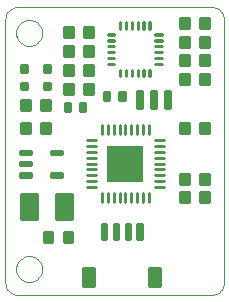
<source format=gtp>
G75*
%MOIN*%
%OFA0B0*%
%FSLAX24Y24*%
%IPPOS*%
%LPD*%
%AMOC8*
5,1,8,0,0,1.08239X$1,22.5*
%
%ADD10C,0.0000*%
%ADD11R,0.1187X0.1187*%
%ADD12C,0.0101*%
%ADD13C,0.0100*%
%ADD14C,0.0098*%
%ADD15C,0.0100*%
%ADD16C,0.0100*%
%ADD17C,0.0099*%
D10*
X003193Y001223D02*
X003193Y010022D01*
X003195Y010061D01*
X003201Y010099D01*
X003210Y010136D01*
X003223Y010173D01*
X003240Y010208D01*
X003259Y010241D01*
X003282Y010272D01*
X003308Y010301D01*
X003337Y010327D01*
X003368Y010350D01*
X003401Y010369D01*
X003436Y010386D01*
X003473Y010399D01*
X003510Y010408D01*
X003548Y010414D01*
X003587Y010416D01*
X010080Y010416D01*
X010119Y010414D01*
X010157Y010408D01*
X010194Y010399D01*
X010231Y010386D01*
X010266Y010369D01*
X010299Y010350D01*
X010330Y010327D01*
X010359Y010301D01*
X010385Y010272D01*
X010408Y010241D01*
X010427Y010208D01*
X010444Y010173D01*
X010457Y010136D01*
X010466Y010099D01*
X010472Y010061D01*
X010474Y010022D01*
X010474Y001223D01*
X010472Y001184D01*
X010466Y001146D01*
X010457Y001109D01*
X010444Y001072D01*
X010427Y001037D01*
X010408Y001004D01*
X010385Y000973D01*
X010359Y000944D01*
X010330Y000918D01*
X010299Y000895D01*
X010266Y000876D01*
X010231Y000859D01*
X010194Y000846D01*
X010157Y000837D01*
X010119Y000831D01*
X010080Y000829D01*
X003587Y000829D01*
X003548Y000831D01*
X003510Y000837D01*
X003473Y000846D01*
X003436Y000859D01*
X003401Y000876D01*
X003368Y000895D01*
X003337Y000918D01*
X003308Y000944D01*
X003282Y000973D01*
X003259Y001004D01*
X003240Y001037D01*
X003223Y001072D01*
X003210Y001109D01*
X003201Y001146D01*
X003195Y001184D01*
X003193Y001223D01*
X003548Y001685D02*
X003550Y001726D01*
X003556Y001767D01*
X003566Y001807D01*
X003579Y001846D01*
X003596Y001883D01*
X003617Y001919D01*
X003641Y001953D01*
X003668Y001984D01*
X003697Y002012D01*
X003730Y002038D01*
X003764Y002060D01*
X003801Y002079D01*
X003839Y002094D01*
X003879Y002106D01*
X003919Y002114D01*
X003960Y002118D01*
X004002Y002118D01*
X004043Y002114D01*
X004083Y002106D01*
X004123Y002094D01*
X004161Y002079D01*
X004197Y002060D01*
X004232Y002038D01*
X004265Y002012D01*
X004294Y001984D01*
X004321Y001953D01*
X004345Y001919D01*
X004366Y001883D01*
X004383Y001846D01*
X004396Y001807D01*
X004406Y001767D01*
X004412Y001726D01*
X004414Y001685D01*
X004412Y001644D01*
X004406Y001603D01*
X004396Y001563D01*
X004383Y001524D01*
X004366Y001487D01*
X004345Y001451D01*
X004321Y001417D01*
X004294Y001386D01*
X004265Y001358D01*
X004232Y001332D01*
X004198Y001310D01*
X004161Y001291D01*
X004123Y001276D01*
X004083Y001264D01*
X004043Y001256D01*
X004002Y001252D01*
X003960Y001252D01*
X003919Y001256D01*
X003879Y001264D01*
X003839Y001276D01*
X003801Y001291D01*
X003765Y001310D01*
X003730Y001332D01*
X003697Y001358D01*
X003668Y001386D01*
X003641Y001417D01*
X003617Y001451D01*
X003596Y001487D01*
X003579Y001524D01*
X003566Y001563D01*
X003556Y001603D01*
X003550Y001644D01*
X003548Y001685D01*
X003548Y009559D02*
X003550Y009600D01*
X003556Y009641D01*
X003566Y009681D01*
X003579Y009720D01*
X003596Y009757D01*
X003617Y009793D01*
X003641Y009827D01*
X003668Y009858D01*
X003697Y009886D01*
X003730Y009912D01*
X003764Y009934D01*
X003801Y009953D01*
X003839Y009968D01*
X003879Y009980D01*
X003919Y009988D01*
X003960Y009992D01*
X004002Y009992D01*
X004043Y009988D01*
X004083Y009980D01*
X004123Y009968D01*
X004161Y009953D01*
X004197Y009934D01*
X004232Y009912D01*
X004265Y009886D01*
X004294Y009858D01*
X004321Y009827D01*
X004345Y009793D01*
X004366Y009757D01*
X004383Y009720D01*
X004396Y009681D01*
X004406Y009641D01*
X004412Y009600D01*
X004414Y009559D01*
X004412Y009518D01*
X004406Y009477D01*
X004396Y009437D01*
X004383Y009398D01*
X004366Y009361D01*
X004345Y009325D01*
X004321Y009291D01*
X004294Y009260D01*
X004265Y009232D01*
X004232Y009206D01*
X004198Y009184D01*
X004161Y009165D01*
X004123Y009150D01*
X004083Y009138D01*
X004043Y009130D01*
X004002Y009126D01*
X003960Y009126D01*
X003919Y009130D01*
X003879Y009138D01*
X003839Y009150D01*
X003801Y009165D01*
X003765Y009184D01*
X003730Y009206D01*
X003697Y009232D01*
X003668Y009260D01*
X003641Y009291D01*
X003617Y009325D01*
X003596Y009361D01*
X003579Y009398D01*
X003566Y009437D01*
X003556Y009477D01*
X003550Y009518D01*
X003548Y009559D01*
D11*
X007193Y005204D03*
D12*
X005424Y004189D02*
X004894Y004189D01*
X005424Y004189D02*
X005424Y003345D01*
X004894Y003345D01*
X004894Y004189D01*
X004894Y003445D02*
X005424Y003445D01*
X005424Y003545D02*
X004894Y003545D01*
X004894Y003645D02*
X005424Y003645D01*
X005424Y003745D02*
X004894Y003745D01*
X004894Y003845D02*
X005424Y003845D01*
X005424Y003945D02*
X004894Y003945D01*
X004894Y004045D02*
X005424Y004045D01*
X005424Y004145D02*
X004894Y004145D01*
X004243Y003345D02*
X003713Y003345D01*
X003713Y004189D01*
X004243Y004189D01*
X004243Y003345D01*
X004243Y003445D02*
X003713Y003445D01*
X003713Y003545D02*
X004243Y003545D01*
X004243Y003645D02*
X003713Y003645D01*
X003713Y003745D02*
X004243Y003745D01*
X004243Y003845D02*
X003713Y003845D01*
X003713Y003945D02*
X004243Y003945D01*
X004243Y004045D02*
X003713Y004045D01*
X003713Y004145D02*
X004243Y004145D01*
X004461Y007677D02*
X004675Y007677D01*
X004461Y007677D02*
X004461Y007891D01*
X004675Y007891D01*
X004675Y007677D01*
X004675Y007777D02*
X004461Y007777D01*
X004461Y007877D02*
X004675Y007877D01*
X004675Y008267D02*
X004461Y008267D01*
X004461Y008481D01*
X004675Y008481D01*
X004675Y008267D01*
X004675Y008367D02*
X004461Y008367D01*
X004461Y008467D02*
X004675Y008467D01*
X003925Y008267D02*
X003711Y008267D01*
X003711Y008481D01*
X003925Y008481D01*
X003925Y008267D01*
X003925Y008367D02*
X003711Y008367D01*
X003711Y008467D02*
X003925Y008467D01*
X003925Y007677D02*
X003711Y007677D01*
X003711Y007891D01*
X003925Y007891D01*
X003925Y007677D01*
X003925Y007777D02*
X003711Y007777D01*
X003711Y007877D02*
X003925Y007877D01*
D13*
X006611Y008516D02*
X006825Y008516D01*
X006611Y008516D02*
X006611Y008534D01*
X006825Y008534D01*
X006825Y008516D01*
X006825Y008712D02*
X006611Y008712D01*
X006611Y008730D01*
X006825Y008730D01*
X006825Y008712D01*
X006825Y008909D02*
X006611Y008909D01*
X006611Y008927D01*
X006825Y008927D01*
X006825Y008909D01*
X006825Y009106D02*
X006611Y009106D01*
X006611Y009124D01*
X006825Y009124D01*
X006825Y009106D01*
X006825Y009303D02*
X006611Y009303D01*
X006611Y009321D01*
X006825Y009321D01*
X006825Y009303D01*
X006825Y009500D02*
X006611Y009500D01*
X006611Y009518D01*
X006825Y009518D01*
X006825Y009500D01*
X007023Y009697D02*
X007023Y009911D01*
X007023Y009697D02*
X007005Y009697D01*
X007005Y009911D01*
X007023Y009911D01*
X007023Y009796D02*
X007005Y009796D01*
X007005Y009895D02*
X007023Y009895D01*
X007219Y009911D02*
X007219Y009697D01*
X007201Y009697D01*
X007201Y009911D01*
X007219Y009911D01*
X007219Y009796D02*
X007201Y009796D01*
X007201Y009895D02*
X007219Y009895D01*
X007416Y009911D02*
X007416Y009697D01*
X007398Y009697D01*
X007398Y009911D01*
X007416Y009911D01*
X007416Y009796D02*
X007398Y009796D01*
X007398Y009895D02*
X007416Y009895D01*
X007613Y009911D02*
X007613Y009697D01*
X007595Y009697D01*
X007595Y009911D01*
X007613Y009911D01*
X007613Y009796D02*
X007595Y009796D01*
X007595Y009895D02*
X007613Y009895D01*
X007810Y009911D02*
X007810Y009697D01*
X007792Y009697D01*
X007792Y009911D01*
X007810Y009911D01*
X007810Y009796D02*
X007792Y009796D01*
X007792Y009895D02*
X007810Y009895D01*
X008007Y009911D02*
X008007Y009697D01*
X007989Y009697D01*
X007989Y009911D01*
X008007Y009911D01*
X008007Y009796D02*
X007989Y009796D01*
X007989Y009895D02*
X008007Y009895D01*
X008186Y009518D02*
X008400Y009518D01*
X008400Y009500D01*
X008186Y009500D01*
X008186Y009518D01*
X008186Y009321D02*
X008400Y009321D01*
X008400Y009303D01*
X008186Y009303D01*
X008186Y009321D01*
X008186Y009124D02*
X008400Y009124D01*
X008400Y009106D01*
X008186Y009106D01*
X008186Y009124D01*
X008186Y008927D02*
X008400Y008927D01*
X008400Y008909D01*
X008186Y008909D01*
X008186Y008927D01*
X008186Y008730D02*
X008400Y008730D01*
X008400Y008712D01*
X008186Y008712D01*
X008186Y008730D01*
X008186Y008534D02*
X008400Y008534D01*
X008400Y008516D01*
X008186Y008516D01*
X008186Y008534D01*
X007989Y008336D02*
X007989Y008122D01*
X007989Y008336D02*
X008007Y008336D01*
X008007Y008122D01*
X007989Y008122D01*
X007989Y008221D02*
X008007Y008221D01*
X008007Y008320D02*
X007989Y008320D01*
X007792Y008336D02*
X007792Y008122D01*
X007792Y008336D02*
X007810Y008336D01*
X007810Y008122D01*
X007792Y008122D01*
X007792Y008221D02*
X007810Y008221D01*
X007810Y008320D02*
X007792Y008320D01*
X007595Y008336D02*
X007595Y008122D01*
X007595Y008336D02*
X007613Y008336D01*
X007613Y008122D01*
X007595Y008122D01*
X007595Y008221D02*
X007613Y008221D01*
X007613Y008320D02*
X007595Y008320D01*
X007398Y008336D02*
X007398Y008122D01*
X007398Y008336D02*
X007416Y008336D01*
X007416Y008122D01*
X007398Y008122D01*
X007398Y008221D02*
X007416Y008221D01*
X007416Y008320D02*
X007398Y008320D01*
X007201Y008336D02*
X007201Y008122D01*
X007201Y008336D02*
X007219Y008336D01*
X007219Y008122D01*
X007201Y008122D01*
X007201Y008221D02*
X007219Y008221D01*
X007219Y008320D02*
X007201Y008320D01*
X007005Y008336D02*
X007005Y008122D01*
X007005Y008336D02*
X007023Y008336D01*
X007023Y008122D01*
X007005Y008122D01*
X007005Y008221D02*
X007023Y008221D01*
X007023Y008320D02*
X007005Y008320D01*
D14*
X006113Y008496D02*
X005817Y008496D01*
X006113Y008496D02*
X006113Y008162D01*
X005817Y008162D01*
X005817Y008496D01*
X005817Y008259D02*
X006113Y008259D01*
X006113Y008356D02*
X005817Y008356D01*
X005817Y008453D02*
X006113Y008453D01*
X006113Y009121D02*
X005817Y009121D01*
X006113Y009121D02*
X006113Y008787D01*
X005817Y008787D01*
X005817Y009121D01*
X005817Y008884D02*
X006113Y008884D01*
X006113Y008981D02*
X005817Y008981D01*
X005817Y009078D02*
X006113Y009078D01*
X005817Y009412D02*
X005817Y009746D01*
X006113Y009746D01*
X006113Y009412D01*
X005817Y009412D01*
X005817Y009509D02*
X006113Y009509D01*
X006113Y009606D02*
X005817Y009606D01*
X005817Y009703D02*
X006113Y009703D01*
X005148Y009746D02*
X005148Y009412D01*
X005148Y009746D02*
X005444Y009746D01*
X005444Y009412D01*
X005148Y009412D01*
X005148Y009509D02*
X005444Y009509D01*
X005444Y009606D02*
X005148Y009606D01*
X005148Y009703D02*
X005444Y009703D01*
X005444Y009121D02*
X005148Y009121D01*
X005444Y009121D02*
X005444Y008787D01*
X005148Y008787D01*
X005148Y009121D01*
X005148Y008884D02*
X005444Y008884D01*
X005444Y008981D02*
X005148Y008981D01*
X005148Y009078D02*
X005444Y009078D01*
X005444Y008496D02*
X005148Y008496D01*
X005444Y008496D02*
X005444Y008162D01*
X005148Y008162D01*
X005148Y008496D01*
X005148Y008259D02*
X005444Y008259D01*
X005444Y008356D02*
X005148Y008356D01*
X005148Y008453D02*
X005444Y008453D01*
X005444Y007871D02*
X005148Y007871D01*
X005444Y007871D02*
X005444Y007537D01*
X005148Y007537D01*
X005148Y007871D01*
X005148Y007634D02*
X005444Y007634D01*
X005444Y007731D02*
X005148Y007731D01*
X005148Y007828D02*
X005444Y007828D01*
X005817Y007871D02*
X006113Y007871D01*
X006113Y007537D01*
X005817Y007537D01*
X005817Y007871D01*
X005817Y007634D02*
X006113Y007634D01*
X006113Y007731D02*
X005817Y007731D01*
X005817Y007828D02*
X006113Y007828D01*
X006406Y006494D02*
X006406Y006198D01*
X006603Y006198D02*
X006603Y006494D01*
X006799Y006494D02*
X006799Y006198D01*
X006996Y006198D02*
X006996Y006494D01*
X007193Y006494D02*
X007193Y006198D01*
X007390Y006198D02*
X007390Y006494D01*
X007587Y006494D02*
X007587Y006198D01*
X007784Y006198D02*
X007784Y006494D01*
X007981Y006494D02*
X007981Y006198D01*
X008187Y005992D02*
X008483Y005992D01*
X008483Y005795D02*
X008187Y005795D01*
X008187Y005598D02*
X008483Y005598D01*
X008483Y005401D02*
X008187Y005401D01*
X008187Y005204D02*
X008483Y005204D01*
X008483Y005007D02*
X008187Y005007D01*
X008187Y004810D02*
X008483Y004810D01*
X008483Y004614D02*
X008187Y004614D01*
X007981Y004210D02*
X007981Y003914D01*
X007784Y003914D02*
X007784Y004210D01*
X007587Y004210D02*
X007587Y003914D01*
X007390Y003914D02*
X007390Y004210D01*
X007193Y004210D02*
X007193Y003914D01*
X006996Y003914D02*
X006996Y004210D01*
X006799Y004210D02*
X006799Y003914D01*
X006603Y003914D02*
X006603Y004210D01*
X006406Y004210D02*
X006406Y003914D01*
X006199Y004417D02*
X005903Y004417D01*
X005903Y004614D02*
X006199Y004614D01*
X006199Y004810D02*
X005903Y004810D01*
X005903Y005007D02*
X006199Y005007D01*
X006199Y005204D02*
X005903Y005204D01*
X005903Y005401D02*
X006199Y005401D01*
X006199Y005598D02*
X005903Y005598D01*
X005903Y005795D02*
X006199Y005795D01*
X006199Y005992D02*
X005903Y005992D01*
X004380Y006225D02*
X004380Y006559D01*
X004676Y006559D01*
X004676Y006225D01*
X004380Y006225D01*
X004380Y006322D02*
X004676Y006322D01*
X004676Y006419D02*
X004380Y006419D01*
X004380Y006516D02*
X004676Y006516D01*
X004676Y007309D02*
X004380Y007309D01*
X004676Y007309D02*
X004676Y006975D01*
X004380Y006975D01*
X004380Y007309D01*
X004380Y007072D02*
X004676Y007072D01*
X004676Y007169D02*
X004380Y007169D01*
X004380Y007266D02*
X004676Y007266D01*
X004007Y007309D02*
X003711Y007309D01*
X004007Y007309D02*
X004007Y006975D01*
X003711Y006975D01*
X003711Y007309D01*
X003711Y007072D02*
X004007Y007072D01*
X004007Y007169D02*
X003711Y007169D01*
X003711Y007266D02*
X004007Y007266D01*
X003711Y006559D02*
X003711Y006225D01*
X003711Y006559D02*
X004007Y006559D01*
X004007Y006225D01*
X003711Y006225D01*
X003711Y006322D02*
X004007Y006322D01*
X004007Y006419D02*
X003711Y006419D01*
X003711Y006516D02*
X004007Y006516D01*
X004461Y002934D02*
X004461Y002600D01*
X004461Y002934D02*
X004757Y002934D01*
X004757Y002600D01*
X004461Y002600D01*
X004461Y002697D02*
X004757Y002697D01*
X004757Y002794D02*
X004461Y002794D01*
X004461Y002891D02*
X004757Y002891D01*
X005130Y002934D02*
X005130Y002600D01*
X005130Y002934D02*
X005426Y002934D01*
X005426Y002600D01*
X005130Y002600D01*
X005130Y002697D02*
X005426Y002697D01*
X005426Y002794D02*
X005130Y002794D01*
X005130Y002891D02*
X005426Y002891D01*
X009319Y003912D02*
X009319Y004246D01*
X009319Y003912D02*
X009023Y003912D01*
X009023Y004246D01*
X009319Y004246D01*
X009319Y004009D02*
X009023Y004009D01*
X009023Y004106D02*
X009319Y004106D01*
X009319Y004203D02*
X009023Y004203D01*
X009023Y004871D02*
X009319Y004871D01*
X009319Y004537D01*
X009023Y004537D01*
X009023Y004871D01*
X009023Y004634D02*
X009319Y004634D01*
X009319Y004731D02*
X009023Y004731D01*
X009023Y004828D02*
X009319Y004828D01*
X009692Y004871D02*
X009988Y004871D01*
X009988Y004537D01*
X009692Y004537D01*
X009692Y004871D01*
X009692Y004634D02*
X009988Y004634D01*
X009988Y004731D02*
X009692Y004731D01*
X009692Y004828D02*
X009988Y004828D01*
X009988Y004246D02*
X009988Y003912D01*
X009692Y003912D01*
X009692Y004246D01*
X009988Y004246D01*
X009988Y004009D02*
X009692Y004009D01*
X009692Y004106D02*
X009988Y004106D01*
X009988Y004203D02*
X009692Y004203D01*
X009988Y006225D02*
X009988Y006559D01*
X009988Y006225D02*
X009692Y006225D01*
X009692Y006559D01*
X009988Y006559D01*
X009988Y006322D02*
X009692Y006322D01*
X009692Y006419D02*
X009988Y006419D01*
X009988Y006516D02*
X009692Y006516D01*
X009319Y006559D02*
X009319Y006225D01*
X009023Y006225D01*
X009023Y006559D01*
X009319Y006559D01*
X009319Y006322D02*
X009023Y006322D01*
X009023Y006419D02*
X009319Y006419D01*
X009319Y006516D02*
X009023Y006516D01*
X009023Y007850D02*
X009319Y007850D01*
X009023Y007850D02*
X009023Y008184D01*
X009319Y008184D01*
X009319Y007850D01*
X009319Y007947D02*
X009023Y007947D01*
X009023Y008044D02*
X009319Y008044D01*
X009319Y008141D02*
X009023Y008141D01*
X009023Y008475D02*
X009319Y008475D01*
X009023Y008475D02*
X009023Y008809D01*
X009319Y008809D01*
X009319Y008475D01*
X009319Y008572D02*
X009023Y008572D01*
X009023Y008669D02*
X009319Y008669D01*
X009319Y008766D02*
X009023Y008766D01*
X009319Y009100D02*
X009319Y009434D01*
X009319Y009100D02*
X009023Y009100D01*
X009023Y009434D01*
X009319Y009434D01*
X009319Y009197D02*
X009023Y009197D01*
X009023Y009294D02*
X009319Y009294D01*
X009319Y009391D02*
X009023Y009391D01*
X009319Y009725D02*
X009319Y010059D01*
X009319Y009725D02*
X009023Y009725D01*
X009023Y010059D01*
X009319Y010059D01*
X009319Y009822D02*
X009023Y009822D01*
X009023Y009919D02*
X009319Y009919D01*
X009319Y010016D02*
X009023Y010016D01*
X009988Y010059D02*
X009988Y009725D01*
X009692Y009725D01*
X009692Y010059D01*
X009988Y010059D01*
X009988Y009822D02*
X009692Y009822D01*
X009692Y009919D02*
X009988Y009919D01*
X009988Y010016D02*
X009692Y010016D01*
X009988Y009434D02*
X009988Y009100D01*
X009692Y009100D01*
X009692Y009434D01*
X009988Y009434D01*
X009988Y009197D02*
X009692Y009197D01*
X009692Y009294D02*
X009988Y009294D01*
X009988Y009391D02*
X009692Y009391D01*
X009692Y008475D02*
X009988Y008475D01*
X009692Y008475D02*
X009692Y008809D01*
X009988Y008809D01*
X009988Y008475D01*
X009988Y008572D02*
X009692Y008572D01*
X009692Y008669D02*
X009988Y008669D01*
X009988Y008766D02*
X009692Y008766D01*
X009692Y007850D02*
X009988Y007850D01*
X009692Y007850D02*
X009692Y008184D01*
X009988Y008184D01*
X009988Y007850D01*
X009988Y007947D02*
X009692Y007947D01*
X009692Y008044D02*
X009988Y008044D01*
X009988Y008141D02*
X009692Y008141D01*
D15*
X004707Y005636D02*
X004707Y005520D01*
X004707Y005636D02*
X005079Y005636D01*
X005079Y005520D01*
X004707Y005520D01*
X004707Y005619D02*
X005079Y005619D01*
X004707Y004888D02*
X004707Y004772D01*
X004707Y004888D02*
X005079Y004888D01*
X005079Y004772D01*
X004707Y004772D01*
X004707Y004871D02*
X005079Y004871D01*
X003683Y004888D02*
X003683Y004772D01*
X003683Y004888D02*
X004055Y004888D01*
X004055Y004772D01*
X003683Y004772D01*
X003683Y004871D02*
X004055Y004871D01*
X003683Y005146D02*
X003683Y005262D01*
X004055Y005262D01*
X004055Y005146D01*
X003683Y005146D01*
X003683Y005245D02*
X004055Y005245D01*
X003683Y005520D02*
X003683Y005636D01*
X004055Y005636D01*
X004055Y005520D01*
X003683Y005520D01*
X003683Y005619D02*
X004055Y005619D01*
D16*
X008188Y004420D02*
X008482Y004420D01*
X008482Y004414D01*
X008188Y004414D01*
X008188Y004420D01*
D17*
X007728Y002682D02*
X007590Y002682D01*
X007590Y003194D01*
X007728Y003194D01*
X007728Y002682D01*
X007728Y002780D02*
X007590Y002780D01*
X007590Y002878D02*
X007728Y002878D01*
X007728Y002976D02*
X007590Y002976D01*
X007590Y003074D02*
X007728Y003074D01*
X007728Y003172D02*
X007590Y003172D01*
X007334Y002682D02*
X007196Y002682D01*
X007196Y003194D01*
X007334Y003194D01*
X007334Y002682D01*
X007334Y002780D02*
X007196Y002780D01*
X007196Y002878D02*
X007334Y002878D01*
X007334Y002976D02*
X007196Y002976D01*
X007196Y003074D02*
X007334Y003074D01*
X007334Y003172D02*
X007196Y003172D01*
X006940Y002682D02*
X006802Y002682D01*
X006802Y003194D01*
X006940Y003194D01*
X006940Y002682D01*
X006940Y002780D02*
X006802Y002780D01*
X006802Y002878D02*
X006940Y002878D01*
X006940Y002976D02*
X006802Y002976D01*
X006802Y003074D02*
X006940Y003074D01*
X006940Y003172D02*
X006802Y003172D01*
X006547Y002682D02*
X006409Y002682D01*
X006409Y003194D01*
X006547Y003194D01*
X006547Y002682D01*
X006547Y002780D02*
X006409Y002780D01*
X006409Y002878D02*
X006547Y002878D01*
X006547Y002976D02*
X006409Y002976D01*
X006409Y003074D02*
X006547Y003074D01*
X006547Y003172D02*
X006409Y003172D01*
X006153Y001107D02*
X005779Y001107D01*
X005779Y001717D01*
X006153Y001717D01*
X006153Y001107D01*
X006153Y001205D02*
X005779Y001205D01*
X005779Y001303D02*
X006153Y001303D01*
X006153Y001401D02*
X005779Y001401D01*
X005779Y001499D02*
X006153Y001499D01*
X006153Y001597D02*
X005779Y001597D01*
X005779Y001695D02*
X006153Y001695D01*
X007984Y001107D02*
X008358Y001107D01*
X007984Y001107D02*
X007984Y001717D01*
X008358Y001717D01*
X008358Y001107D01*
X008358Y001205D02*
X007984Y001205D01*
X007984Y001303D02*
X008358Y001303D01*
X008358Y001401D02*
X007984Y001401D01*
X007984Y001499D02*
X008358Y001499D01*
X008358Y001597D02*
X007984Y001597D01*
X007984Y001695D02*
X008358Y001695D01*
X005851Y006951D02*
X005673Y006951D01*
X005673Y007207D01*
X005851Y007207D01*
X005851Y006951D01*
X005851Y007049D02*
X005673Y007049D01*
X005673Y007147D02*
X005851Y007147D01*
X005339Y006951D02*
X005161Y006951D01*
X005161Y007207D01*
X005339Y007207D01*
X005339Y006951D01*
X005339Y007049D02*
X005161Y007049D01*
X005161Y007147D02*
X005339Y007147D01*
X006473Y007582D02*
X006651Y007582D01*
X006651Y007326D01*
X006473Y007326D01*
X006473Y007582D01*
X006473Y007424D02*
X006651Y007424D01*
X006651Y007522D02*
X006473Y007522D01*
X006985Y007582D02*
X007163Y007582D01*
X007163Y007326D01*
X006985Y007326D01*
X006985Y007582D01*
X006985Y007424D02*
X007163Y007424D01*
X007163Y007522D02*
X006985Y007522D01*
X007569Y007614D02*
X007747Y007614D01*
X007747Y007044D01*
X007569Y007044D01*
X007569Y007614D01*
X007569Y007142D02*
X007747Y007142D01*
X007747Y007240D02*
X007569Y007240D01*
X007569Y007338D02*
X007747Y007338D01*
X007747Y007436D02*
X007569Y007436D01*
X007569Y007534D02*
X007747Y007534D01*
X008042Y007614D02*
X008220Y007614D01*
X008220Y007044D01*
X008042Y007044D01*
X008042Y007614D01*
X008042Y007142D02*
X008220Y007142D01*
X008220Y007240D02*
X008042Y007240D01*
X008042Y007338D02*
X008220Y007338D01*
X008220Y007436D02*
X008042Y007436D01*
X008042Y007534D02*
X008220Y007534D01*
X008514Y007614D02*
X008692Y007614D01*
X008692Y007044D01*
X008514Y007044D01*
X008514Y007614D01*
X008514Y007142D02*
X008692Y007142D01*
X008692Y007240D02*
X008514Y007240D01*
X008514Y007338D02*
X008692Y007338D01*
X008692Y007436D02*
X008514Y007436D01*
X008514Y007534D02*
X008692Y007534D01*
M02*

</source>
